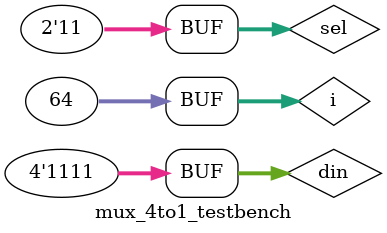
<source format=sv>
module mux_4to1(out, din, sel);
    input logic [1:0] sel;
    input logic [3:0] din;
    output logic out;

    logic [1:0] tmp;

    mux_2to1 m0 (.out(tmp[0]), .din(din[1:0]), .sel(sel[0]));
    mux_2to1 m1 (.out(tmp[1]), .din(din[3:2]), .sel(sel[0]));

    mux_2to1 mf (.out, .din(tmp), .sel(sel[1]));
endmodule

module mux_4to1_testbench;
    logic [1:0] sel; 
    logic [3:0] din;
    logic out;

    parameter delay = 10;

    integer i;
    initial begin
        for (i = 0; i < 64; i++) begin
            {sel, din} = i;
            #delay;
        end
    end

    mux_4to1 dut (.out, .din, .sel);
endmodule

</source>
